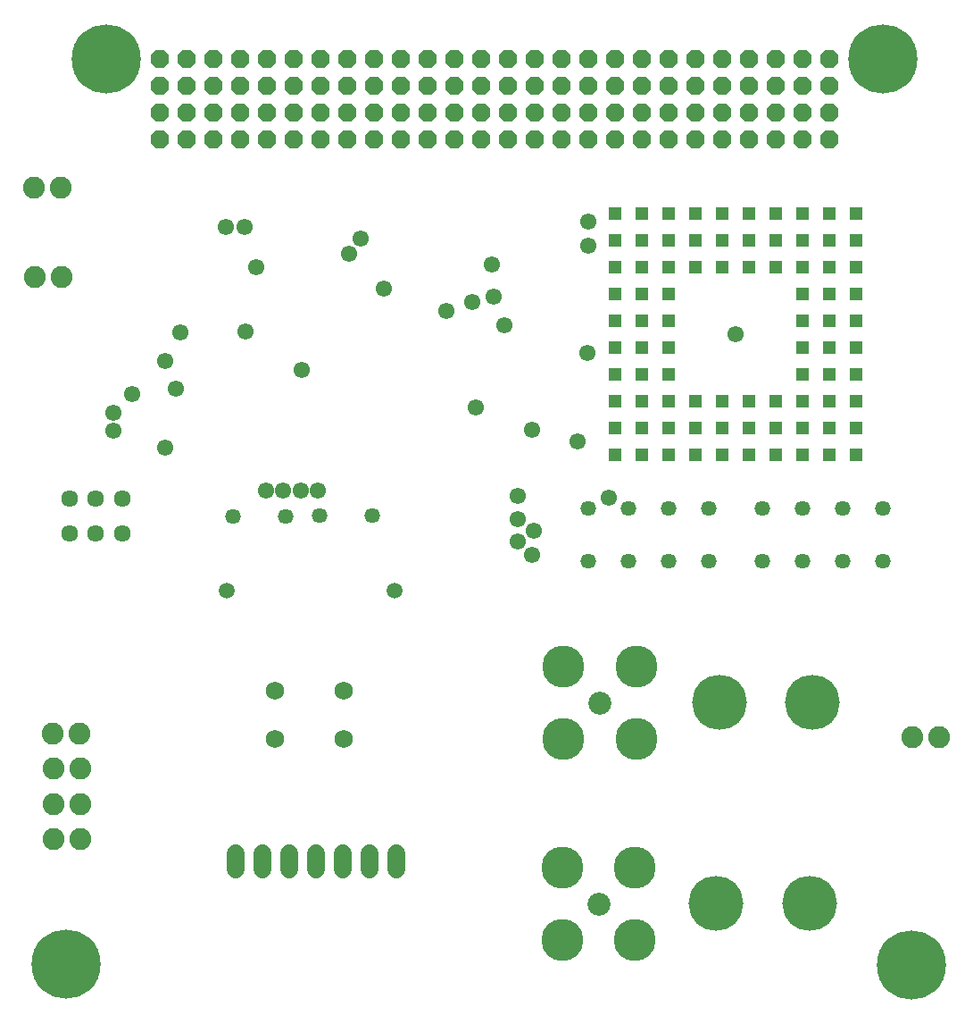
<source format=gbr>
G04 EAGLE Gerber RS-274X export*
G75*
%MOMM*%
%FSLAX34Y34*%
%LPD*%
%INSoldermask Bottom*%
%IPPOS*%
%AMOC8*
5,1,8,0,0,1.08239X$1,22.5*%
G01*
%ADD10P,1.852186X8X22.500000*%
%ADD11C,2.082800*%
%ADD12C,1.727200*%
%ADD13C,1.461200*%
%ADD14C,1.511200*%
%ADD15C,1.743200*%
%ADD16C,1.611200*%
%ADD17R,1.311200X1.311200*%
%ADD18C,2.183200*%
%ADD19C,3.983200*%
%ADD20C,5.203200*%
%ADD21C,6.553200*%
%ADD22C,1.553200*%


D10*
X139700Y831850D03*
X139700Y857250D03*
X165100Y831850D03*
X165100Y857250D03*
X190500Y831850D03*
X190500Y857250D03*
X215900Y831850D03*
X215900Y857250D03*
X241300Y831850D03*
X241300Y857250D03*
X266700Y831850D03*
X266700Y857250D03*
X292100Y831850D03*
X292100Y857250D03*
X317500Y831850D03*
X317500Y857250D03*
X342900Y831850D03*
X342900Y857250D03*
X368300Y831850D03*
X368300Y857250D03*
X393700Y831850D03*
X393700Y857250D03*
X419100Y831850D03*
X419100Y857250D03*
X444500Y831850D03*
X444500Y857250D03*
X469900Y831850D03*
X469900Y857250D03*
X495300Y831850D03*
X495300Y857250D03*
X520700Y831850D03*
X520700Y857250D03*
X546100Y831850D03*
X546100Y857250D03*
X571500Y831850D03*
X571500Y857250D03*
X596900Y831850D03*
X596900Y857250D03*
X622300Y831850D03*
X622300Y857250D03*
X647700Y831850D03*
X647700Y857250D03*
X673100Y831850D03*
X673100Y857250D03*
X698500Y831850D03*
X698500Y857250D03*
X723900Y831850D03*
X723900Y857250D03*
X749300Y831850D03*
X749300Y857250D03*
X774700Y831850D03*
X774700Y857250D03*
X139700Y882650D03*
X139700Y908050D03*
X165100Y882650D03*
X165100Y908050D03*
X190500Y882650D03*
X190500Y908050D03*
X215900Y882650D03*
X215900Y908050D03*
X241300Y882650D03*
X241300Y908050D03*
X266700Y882650D03*
X266700Y908050D03*
X292100Y882650D03*
X292100Y908050D03*
X317500Y882650D03*
X317500Y908050D03*
X342900Y882650D03*
X342900Y908050D03*
X368300Y882650D03*
X368300Y908050D03*
X393700Y882650D03*
X393700Y908050D03*
X419100Y882650D03*
X419100Y908050D03*
X444500Y882650D03*
X444500Y908050D03*
X469900Y882650D03*
X469900Y908050D03*
X495300Y882650D03*
X495300Y908050D03*
X520700Y882650D03*
X520700Y908050D03*
X546100Y882650D03*
X546100Y908050D03*
X571500Y882650D03*
X571500Y908050D03*
X596900Y882650D03*
X596900Y908050D03*
X622300Y882650D03*
X622300Y908050D03*
X647700Y882650D03*
X647700Y908050D03*
X673100Y882650D03*
X673100Y908050D03*
X698500Y882650D03*
X698500Y908050D03*
X723900Y882650D03*
X723900Y908050D03*
X749300Y882650D03*
X749300Y908050D03*
X774700Y882650D03*
X774700Y908050D03*
D11*
X38862Y235966D03*
X64262Y235966D03*
X20828Y701294D03*
X46228Y701294D03*
X20320Y785876D03*
X45720Y785876D03*
X878332Y265684D03*
X852932Y265684D03*
X38862Y202184D03*
X64262Y202184D03*
X38862Y169164D03*
X64262Y169164D03*
X38100Y268478D03*
X63500Y268478D03*
D12*
X363728Y155448D02*
X363728Y140208D01*
X338328Y140208D02*
X338328Y155448D01*
X312928Y155448D02*
X312928Y140208D01*
X287528Y140208D02*
X287528Y155448D01*
X262128Y155448D02*
X262128Y140208D01*
X236728Y140208D02*
X236728Y155448D01*
X211328Y155448D02*
X211328Y140208D01*
D13*
X291230Y475234D03*
X341230Y475234D03*
D14*
X362204Y404114D03*
X203204Y404114D03*
D15*
X248920Y309118D03*
X313920Y309118D03*
X248920Y264118D03*
X313920Y264118D03*
D13*
X208680Y474980D03*
X258680Y474980D03*
D16*
X53740Y458480D03*
X78740Y458480D03*
X103740Y458480D03*
X53740Y491480D03*
X78740Y491480D03*
X103740Y491480D03*
D17*
X622300Y660400D03*
X622300Y635000D03*
X622300Y609600D03*
X622300Y584200D03*
X647700Y584200D03*
X673100Y584200D03*
X698500Y584200D03*
X723900Y584200D03*
X749300Y584200D03*
X749300Y609600D03*
X749300Y635000D03*
X749300Y660400D03*
X749300Y685800D03*
X749300Y711200D03*
X723900Y711200D03*
X698500Y711200D03*
X673100Y711200D03*
X647700Y711200D03*
X622300Y711200D03*
X622300Y685800D03*
X596900Y711200D03*
X571500Y711200D03*
X571500Y685800D03*
X596900Y685800D03*
X596900Y660400D03*
X571500Y660400D03*
X571500Y635000D03*
X596900Y635000D03*
X596900Y609600D03*
X571500Y609600D03*
X571500Y584200D03*
X596900Y584200D03*
X571500Y558800D03*
X596900Y558800D03*
X622300Y558800D03*
X647700Y558800D03*
X673100Y558800D03*
X698500Y558800D03*
X723900Y558800D03*
X749300Y558800D03*
X774700Y558800D03*
X800100Y558800D03*
X800100Y584200D03*
X774700Y584200D03*
X774700Y609600D03*
X800100Y609600D03*
X800100Y635000D03*
X774700Y635000D03*
X774700Y660400D03*
X800100Y660400D03*
X800100Y685800D03*
X774700Y685800D03*
X774700Y711200D03*
X800100Y711200D03*
X800100Y736600D03*
X800100Y762000D03*
X774700Y762000D03*
X774700Y736600D03*
X749300Y736600D03*
X749300Y762000D03*
X723900Y762000D03*
X723900Y736600D03*
X698500Y736600D03*
X698500Y762000D03*
X673100Y762000D03*
X673100Y736600D03*
X647700Y736600D03*
X647700Y762000D03*
X622300Y762000D03*
X622300Y736600D03*
X596900Y736600D03*
X596900Y762000D03*
X571500Y762000D03*
X571500Y736600D03*
X571500Y533400D03*
X596900Y533400D03*
X622300Y533400D03*
X647700Y533400D03*
X673100Y533400D03*
X698500Y533400D03*
X723900Y533400D03*
X749300Y533400D03*
X774700Y533400D03*
X800100Y533400D03*
D13*
X546100Y432200D03*
X546100Y482200D03*
X584200Y432200D03*
X584200Y482200D03*
X622300Y432200D03*
X622300Y482200D03*
X660400Y432200D03*
X660400Y482200D03*
X711200Y432200D03*
X711200Y482200D03*
X749300Y432200D03*
X749300Y482200D03*
X787400Y432200D03*
X787400Y482200D03*
X825500Y432200D03*
X825500Y482200D03*
D18*
X556890Y297720D03*
D19*
X522590Y332020D03*
X522590Y263420D03*
X591190Y263420D03*
X591190Y332020D03*
D20*
X670560Y298450D03*
X758190Y298450D03*
X666750Y107950D03*
X755650Y107950D03*
D18*
X555620Y107220D03*
D19*
X521320Y141520D03*
X521320Y72920D03*
X589920Y72920D03*
X589920Y141520D03*
D21*
X50800Y50800D03*
X88900Y908050D03*
X825500Y908050D03*
X852170Y49530D03*
D22*
X220980Y650240D03*
X351790Y690880D03*
X535940Y546100D03*
X219710Y749300D03*
X685800Y647700D03*
X492760Y438150D03*
X478790Y450450D03*
X494030Y461010D03*
X478790Y472040D03*
X544830Y629520D03*
X466572Y655802D03*
X240030Y499110D03*
X411633Y669137D03*
X256540Y499110D03*
X435610Y678180D03*
X273050Y499110D03*
X455930Y683260D03*
X289560Y499110D03*
X439420Y577850D03*
X546100Y753980D03*
X113030Y590550D03*
X546100Y731520D03*
X454660Y713340D03*
X144780Y622300D03*
X95250Y556260D03*
X144780Y539750D03*
X95250Y572770D03*
X492760Y556670D03*
X154940Y595630D03*
X565150Y492760D03*
X478790Y493630D03*
X201930Y749300D03*
X274320Y613410D03*
X318770Y723900D03*
X330200Y737870D03*
X158750Y648970D03*
X231140Y711200D03*
M02*

</source>
